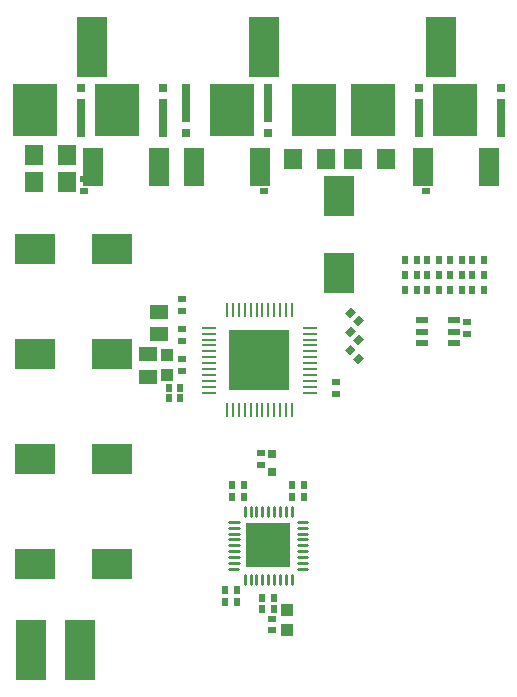
<source format=gbr>
G04 EAGLE Gerber RS-274X export*
G75*
%MOMM*%
%FSLAX34Y34*%
%LPD*%
%INSolderpaste Top*%
%IPPOS*%
%AMOC8*
5,1,8,0,0,1.08239X$1,22.5*%
G01*
G04 Define Apertures*
%ADD10R,0.600000X0.700000*%
%ADD11R,0.700000X0.600000*%
%ADD12R,1.500000X1.300000*%
%ADD13R,1.600000X1.800000*%
%ADD14R,3.500000X2.500000*%
%ADD15R,2.500000X3.500000*%
%ADD16R,0.800000X0.800000*%
%ADD17R,1.100000X1.000000*%
%ADD18R,2.540000X5.080000*%
%ADD19R,0.686000X3.250000*%
%ADD20R,0.686000X0.710000*%
%ADD21R,3.800000X4.520000*%
%ADD22R,1.800000X3.200000*%
%ADD23R,0.228600X1.143000*%
%ADD24R,1.143000X0.228600*%
%ADD25R,5.170000X5.170000*%
%ADD26R,1.000000X0.550000*%
%ADD27C,0.230000*%
%ADD28R,3.700000X3.700000*%
D10*
X398225Y355600D03*
X408225Y355600D03*
D11*
X152400Y309800D03*
X152400Y299800D03*
X152400Y274400D03*
X152400Y284400D03*
D12*
X133350Y306026D03*
X133350Y325026D03*
X123825Y288900D03*
X123825Y269900D03*
D10*
G36*
X302339Y321735D02*
X306582Y317492D01*
X301633Y312543D01*
X297390Y316786D01*
X302339Y321735D01*
G37*
G36*
X295267Y328807D02*
X299510Y324564D01*
X294561Y319615D01*
X290318Y323858D01*
X295267Y328807D01*
G37*
G36*
X302339Y289985D02*
X306582Y285742D01*
X301633Y280793D01*
X297390Y285036D01*
X302339Y289985D01*
G37*
G36*
X295267Y297057D02*
X299510Y292814D01*
X294561Y287865D01*
X290318Y292108D01*
X295267Y297057D01*
G37*
X230425Y82550D03*
X220425Y82550D03*
X230425Y73025D03*
X220425Y73025D03*
X198675Y79375D03*
X188675Y79375D03*
X198675Y88900D03*
X188675Y88900D03*
X379175Y355600D03*
X389175Y355600D03*
X245825Y177800D03*
X255825Y177800D03*
X245825Y168275D03*
X255825Y168275D03*
X205025Y177800D03*
X195025Y177800D03*
X205025Y168275D03*
X195025Y168275D03*
D13*
X27275Y457200D03*
X55275Y457200D03*
X297150Y454025D03*
X325150Y454025D03*
X27275Y434975D03*
X55275Y434975D03*
X274350Y454025D03*
X246350Y454025D03*
D10*
X360125Y355600D03*
X370125Y355600D03*
D14*
X27825Y288925D03*
X92825Y288925D03*
X27825Y111125D03*
X92825Y111125D03*
X27825Y377825D03*
X92825Y377825D03*
X27825Y200025D03*
X92825Y200025D03*
D15*
X285750Y423025D03*
X285750Y358025D03*
D10*
X341075Y355600D03*
X351075Y355600D03*
D11*
X393700Y306150D03*
X393700Y316150D03*
D10*
X151050Y251826D03*
X141050Y251826D03*
D11*
X152400Y325200D03*
X152400Y335200D03*
X282575Y265350D03*
X282575Y255350D03*
D10*
X151050Y260350D03*
X141050Y260350D03*
D16*
X228600Y204350D03*
X228600Y189350D03*
D17*
X241300Y72000D03*
X241300Y55000D03*
D18*
X76200Y549275D03*
X222250Y549275D03*
X371475Y549275D03*
D19*
X66850Y488950D03*
D20*
X66850Y514350D03*
D21*
X27750Y495300D03*
D19*
X136700Y488950D03*
D20*
X136700Y514350D03*
D21*
X97600Y495300D03*
D19*
X225250Y501650D03*
D20*
X225250Y476250D03*
D21*
X264350Y495300D03*
D19*
X155400Y501650D03*
D20*
X155400Y476250D03*
D21*
X194500Y495300D03*
D19*
X353046Y488950D03*
D20*
X353046Y514350D03*
D21*
X313946Y495300D03*
D19*
X422450Y488950D03*
D20*
X422450Y514350D03*
D21*
X383350Y495300D03*
D10*
X398225Y368300D03*
X408225Y368300D03*
D11*
X219576Y195025D03*
X219576Y205025D03*
D17*
X139698Y270900D03*
X139698Y287900D03*
D22*
X76775Y447675D03*
X132775Y447675D03*
X356175Y447675D03*
X412175Y447675D03*
D10*
X408225Y342900D03*
X398225Y342900D03*
X379175Y368300D03*
X389175Y368300D03*
X389175Y342900D03*
X379175Y342900D03*
X360125Y368300D03*
X370125Y368300D03*
X370125Y342900D03*
X360125Y342900D03*
X341075Y368300D03*
X351075Y368300D03*
X351075Y342900D03*
X341075Y342900D03*
D11*
X228600Y55001D03*
X228600Y65001D03*
D23*
X190500Y241300D03*
X195500Y241300D03*
X200500Y241300D03*
X205500Y241300D03*
X210500Y241300D03*
X215500Y241300D03*
X220500Y241300D03*
X225500Y241300D03*
X230500Y241300D03*
X235500Y241300D03*
X240500Y241300D03*
X245500Y241300D03*
X190500Y326300D03*
X195500Y326300D03*
X200500Y326300D03*
X205500Y326300D03*
X210500Y326300D03*
X215500Y326300D03*
X220500Y326300D03*
X225500Y326300D03*
X230500Y326300D03*
X235500Y326300D03*
X240500Y326300D03*
X245500Y326300D03*
D24*
X260500Y311300D03*
X260500Y306300D03*
X260500Y301300D03*
X260500Y296300D03*
X260500Y291300D03*
X260500Y286300D03*
X260500Y281300D03*
X260500Y276300D03*
X260500Y271300D03*
X260500Y266300D03*
X260500Y261300D03*
X260500Y256300D03*
X175500Y311300D03*
X175500Y306300D03*
X175500Y301300D03*
X175500Y296300D03*
X175500Y291300D03*
X175500Y286300D03*
X175500Y281300D03*
X175500Y276300D03*
X175500Y271300D03*
X175500Y266300D03*
X175500Y261300D03*
X175500Y256300D03*
D25*
X218000Y283800D03*
D26*
X355600Y317500D03*
X355600Y308000D03*
X355600Y298500D03*
X382600Y317500D03*
X382600Y308000D03*
X382600Y298500D03*
D27*
X205425Y101850D02*
X205425Y94150D01*
X210425Y94150D02*
X210425Y101850D01*
X215425Y101850D02*
X215425Y94150D01*
X220425Y94150D02*
X220425Y101850D01*
X225425Y101850D02*
X225425Y94150D01*
X230425Y94150D02*
X230425Y101850D01*
X235425Y101850D02*
X235425Y94150D01*
X240425Y94150D02*
X240425Y101850D01*
X245425Y101850D02*
X245425Y94150D01*
X250575Y107000D02*
X258275Y107000D01*
X258275Y112000D02*
X250575Y112000D01*
X250575Y117000D02*
X258275Y117000D01*
X258275Y122000D02*
X250575Y122000D01*
X250575Y127000D02*
X258275Y127000D01*
X258275Y132000D02*
X250575Y132000D01*
X250575Y137000D02*
X258275Y137000D01*
X258275Y142000D02*
X250575Y142000D01*
X250575Y147000D02*
X258275Y147000D01*
X245425Y152150D02*
X245425Y159850D01*
X240425Y159850D02*
X240425Y152150D01*
X235425Y152150D02*
X235425Y159850D01*
X230425Y159850D02*
X230425Y152150D01*
X225425Y152150D02*
X225425Y159850D01*
X220425Y159850D02*
X220425Y152150D01*
X215425Y152150D02*
X215425Y159850D01*
X210425Y159850D02*
X210425Y152150D01*
X205425Y152150D02*
X205425Y159850D01*
X200275Y147000D02*
X192575Y147000D01*
X192575Y142000D02*
X200275Y142000D01*
X200275Y137000D02*
X192575Y137000D01*
X192575Y132000D02*
X200275Y132000D01*
X200275Y127000D02*
X192575Y127000D01*
X192575Y122000D02*
X200275Y122000D01*
X200275Y117000D02*
X192575Y117000D01*
X192575Y112000D02*
X200275Y112000D01*
X200225Y107000D02*
X192525Y107000D01*
D28*
X225425Y127000D03*
D18*
X66040Y38100D03*
X24765Y38100D03*
D10*
G36*
X302339Y305860D02*
X306582Y301617D01*
X301633Y296668D01*
X297390Y300911D01*
X302339Y305860D01*
G37*
G36*
X295267Y312932D02*
X299510Y308689D01*
X294561Y303740D01*
X290318Y307983D01*
X295267Y312932D01*
G37*
D22*
X218500Y447675D03*
X162500Y447675D03*
D11*
X222250Y437151D03*
X222250Y427151D03*
X358775Y436800D03*
X358775Y426800D03*
X69850Y436800D03*
X69850Y426800D03*
M02*

</source>
